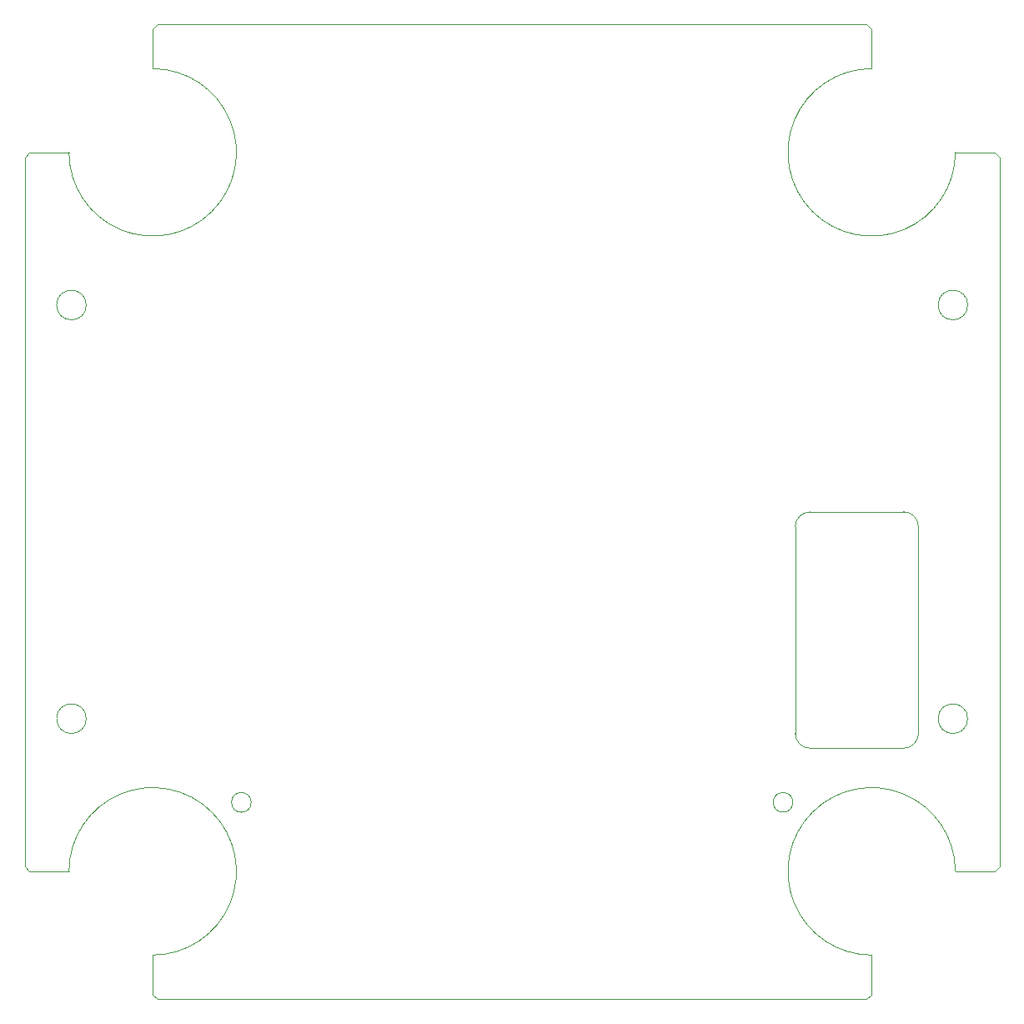
<source format=gm1>
G04 #@! TF.GenerationSoftware,KiCad,Pcbnew,5.1.5-52549c5~84~ubuntu18.04.1*
G04 #@! TF.CreationDate,2020-01-22T10:54:03-05:00*
G04 #@! TF.ProjectId,GeaiRareDit_PCB_Kicad5,47656169-5261-4726-9544-69745f504342,1.0*
G04 #@! TF.SameCoordinates,Original*
G04 #@! TF.FileFunction,Profile,NP*
%FSLAX46Y46*%
G04 Gerber Fmt 4.6, Leading zero omitted, Abs format (unit mm)*
G04 Created by KiCad (PCBNEW 5.1.5-52549c5~84~ubuntu18.04.1) date 2020-01-22 10:54:03*
%MOMM*%
%LPD*%
G04 APERTURE LIST*
%ADD10C,0.050000*%
G04 APERTURE END LIST*
D10*
X124382500Y-131223000D02*
G75*
G03X124382500Y-131223000I-1000000J0D01*
G01*
X179382500Y-131223000D02*
G75*
G03X179382500Y-131223000I-1000000J0D01*
G01*
X181132500Y-125723000D02*
X190632500Y-125723000D01*
X179632500Y-103223000D02*
X179632500Y-124223000D01*
X190632500Y-101723000D02*
X181132500Y-101723000D01*
X192132500Y-124223000D02*
X192132500Y-103223000D01*
X179632500Y-103223000D02*
G75*
G02X181132500Y-101723000I1500000J0D01*
G01*
X190632500Y-101723000D02*
G75*
G02X192132500Y-103223000I0J-1500000D01*
G01*
X192132500Y-124223000D02*
G75*
G02X190632500Y-125723000I-1500000J0D01*
G01*
X181132500Y-125723000D02*
G75*
G02X179632500Y-124223000I0J1500000D01*
G01*
X114882500Y-151223000D02*
X114382500Y-150723000D01*
X197132500Y-80723000D02*
G75*
G03X197132500Y-80723000I-1500000J0D01*
G01*
X197132500Y-122723000D02*
G75*
G03X197132500Y-122723000I-1500000J0D01*
G01*
X187382500Y-146723000D02*
G75*
G02X195882500Y-138223000I0J8500000D01*
G01*
X107632500Y-80723000D02*
G75*
G03X107632500Y-80723000I-1500000J0D01*
G01*
X107632500Y-122723000D02*
G75*
G03X107632500Y-122723000I-1500000J0D01*
G01*
X199882500Y-138223000D02*
X200382500Y-137723000D01*
X195882500Y-138223000D02*
X199882500Y-138223000D01*
X187382500Y-150723000D02*
X186882500Y-151223000D01*
X187382500Y-146723000D02*
X187382500Y-150723000D01*
X101882500Y-138223000D02*
X101382500Y-137723000D01*
X105882500Y-138223000D02*
X101882500Y-138223000D01*
X114382500Y-146723000D02*
X114382500Y-150723000D01*
X105882500Y-138223000D02*
G75*
G02X114382500Y-146723000I8500000J0D01*
G01*
X187382500Y-52723000D02*
X186882500Y-52223000D01*
X187382500Y-56723000D02*
X187382500Y-52723000D01*
X199882500Y-65223000D02*
X200382500Y-65723000D01*
X195882500Y-65223000D02*
X199882500Y-65223000D01*
X195882500Y-65223000D02*
G75*
G02X187382500Y-56723000I-8500000J0D01*
G01*
X101882500Y-65223000D02*
X101382500Y-65723000D01*
X105882500Y-65223000D02*
X101882500Y-65223000D01*
X114382500Y-52723000D02*
X114882500Y-52223000D01*
X114382500Y-56723000D02*
X114382500Y-52723000D01*
X114382500Y-56723000D02*
G75*
G02X105882500Y-65223000I0J-8500000D01*
G01*
X114882500Y-52223000D02*
X186882500Y-52223000D01*
X101382500Y-137723000D02*
X101382500Y-65723000D01*
X186882500Y-151223000D02*
X114882500Y-151223000D01*
X200382500Y-65723000D02*
X200382500Y-137723000D01*
M02*

</source>
